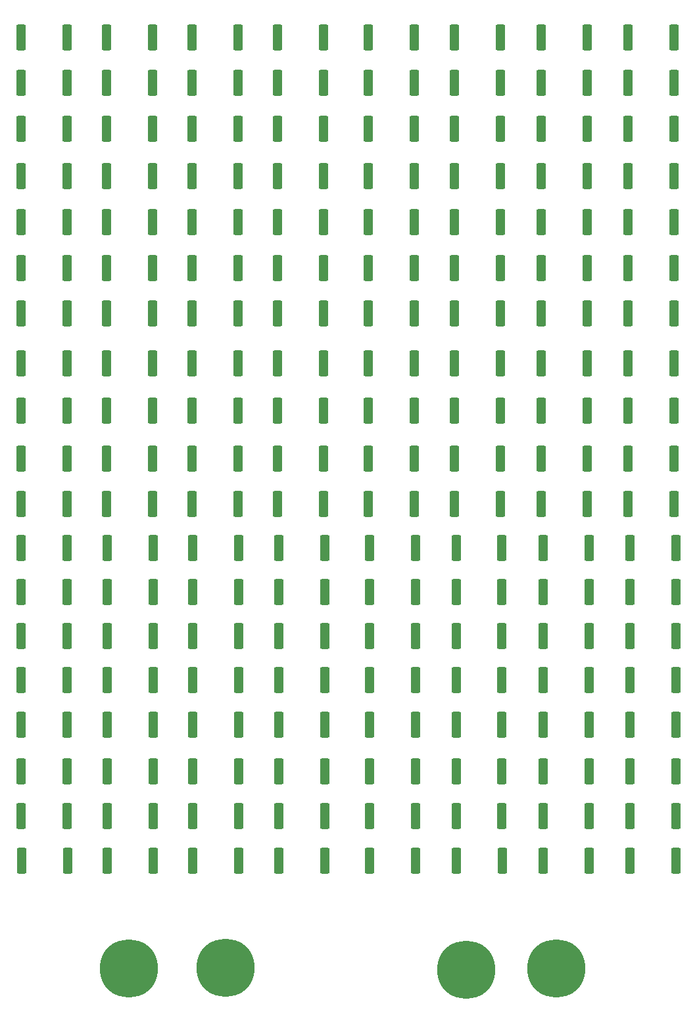
<source format=gbr>
%TF.GenerationSoftware,KiCad,Pcbnew,8.0.6*%
%TF.CreationDate,2024-12-19T08:47:46+08:00*%
%TF.ProjectId,dummyload,64756d6d-796c-46f6-9164-2e6b69636164,rev?*%
%TF.SameCoordinates,Original*%
%TF.FileFunction,Soldermask,Top*%
%TF.FilePolarity,Negative*%
%FSLAX46Y46*%
G04 Gerber Fmt 4.6, Leading zero omitted, Abs format (unit mm)*
G04 Created by KiCad (PCBNEW 8.0.6) date 2024-12-19 08:47:46*
%MOMM*%
%LPD*%
G01*
G04 APERTURE LIST*
G04 Aperture macros list*
%AMRoundRect*
0 Rectangle with rounded corners*
0 $1 Rounding radius*
0 $2 $3 $4 $5 $6 $7 $8 $9 X,Y pos of 4 corners*
0 Add a 4 corners polygon primitive as box body*
4,1,4,$2,$3,$4,$5,$6,$7,$8,$9,$2,$3,0*
0 Add four circle primitives for the rounded corners*
1,1,$1+$1,$2,$3*
1,1,$1+$1,$4,$5*
1,1,$1+$1,$6,$7*
1,1,$1+$1,$8,$9*
0 Add four rect primitives between the rounded corners*
20,1,$1+$1,$2,$3,$4,$5,0*
20,1,$1+$1,$4,$5,$6,$7,0*
20,1,$1+$1,$6,$7,$8,$9,0*
20,1,$1+$1,$8,$9,$2,$3,0*%
G04 Aperture macros list end*
%ADD10RoundRect,0.250000X-0.362500X-1.425000X0.362500X-1.425000X0.362500X1.425000X-0.362500X1.425000X0*%
%ADD11C,4.700000*%
%ADD12C,7.500000*%
G04 APERTURE END LIST*
D10*
%TO.C,R14*%
X49075000Y-103290000D03*
X55000000Y-103290000D03*
%TD*%
%TO.C,R32*%
X60084530Y-97670000D03*
X66009530Y-97670000D03*
%TD*%
%TO.C,R82*%
X93724520Y-55880000D03*
X99649520Y-55880000D03*
%TD*%
%TO.C,R137*%
X133090608Y-44100000D03*
X127165608Y-44100000D03*
%TD*%
%TO.C,R51*%
X71129774Y-97670000D03*
X77054774Y-97670000D03*
%TD*%
%TO.C,R117*%
X115982864Y-37960000D03*
X121907864Y-37960000D03*
%TD*%
%TO.C,R151*%
X133378108Y-126540000D03*
X127453108Y-126540000D03*
%TD*%
%TO.C,R83*%
X93724520Y-61770000D03*
X99649520Y-61770000D03*
%TD*%
%TO.C,R46*%
X71047632Y-68160000D03*
X76972632Y-68160000D03*
%TD*%
%TO.C,R132*%
X116229290Y-126540000D03*
X122154290Y-126540000D03*
%TD*%
D11*
%TO.C,H1*%
X62917201Y-146183101D03*
D12*
X62917201Y-146183101D03*
%TD*%
D10*
%TO.C,R28*%
X60043459Y-74300000D03*
X65968459Y-74300000D03*
%TD*%
%TO.C,R29*%
X60043459Y-80440000D03*
X65968459Y-80440000D03*
%TD*%
%TO.C,R124*%
X115982864Y-80440000D03*
X121907864Y-80440000D03*
%TD*%
%TO.C,R9*%
X49075000Y-74300000D03*
X55000000Y-74300000D03*
%TD*%
%TO.C,R42*%
X71047632Y-44100000D03*
X76972632Y-44100000D03*
%TD*%
%TO.C,R45*%
X71047632Y-61770000D03*
X76972632Y-61770000D03*
%TD*%
%TO.C,R84*%
X93724520Y-68160000D03*
X99649520Y-68160000D03*
%TD*%
%TO.C,R22*%
X60043459Y-37960000D03*
X65968459Y-37960000D03*
%TD*%
%TO.C,R12*%
X49075000Y-91950000D03*
X55000000Y-91950000D03*
%TD*%
%TO.C,R150*%
X133378108Y-120760000D03*
X127453108Y-120760000D03*
%TD*%
%TO.C,R85*%
X93724520Y-74300000D03*
X99649520Y-74300000D03*
%TD*%
%TO.C,R31*%
X60084530Y-91950000D03*
X66009530Y-91950000D03*
%TD*%
%TO.C,R1*%
X55000000Y-26180000D03*
X49075000Y-26180000D03*
%TD*%
%TO.C,R92*%
X93888804Y-114790000D03*
X99813804Y-114790000D03*
%TD*%
%TO.C,R114*%
X105051905Y-132290000D03*
X110976905Y-132290000D03*
%TD*%
%TO.C,R140*%
X133090608Y-61770000D03*
X127165608Y-61770000D03*
%TD*%
%TO.C,R41*%
X71047632Y-37960000D03*
X76972632Y-37960000D03*
%TD*%
%TO.C,R53*%
X71129774Y-109040000D03*
X77054774Y-109040000D03*
%TD*%
%TO.C,R75*%
X82210732Y-126540000D03*
X88135732Y-126540000D03*
%TD*%
%TO.C,R2*%
X49075000Y-32070000D03*
X55000000Y-32070000D03*
%TD*%
%TO.C,R43*%
X71047632Y-49990000D03*
X76972632Y-49990000D03*
%TD*%
%TO.C,R130*%
X116229290Y-114790000D03*
X122154290Y-114790000D03*
%TD*%
%TO.C,R72*%
X82210732Y-109040000D03*
X88135732Y-109040000D03*
%TD*%
%TO.C,R100*%
X104835835Y-49990000D03*
X110760835Y-49990000D03*
%TD*%
%TO.C,R36*%
X60084530Y-120760000D03*
X66009530Y-120760000D03*
%TD*%
%TO.C,R74*%
X82210732Y-120760000D03*
X88135732Y-120760000D03*
%TD*%
%TO.C,R64*%
X82087519Y-61770000D03*
X88012519Y-61770000D03*
%TD*%
%TO.C,R147*%
X133378108Y-103290000D03*
X127453108Y-103290000D03*
%TD*%
%TO.C,R73*%
X82210732Y-114790000D03*
X88135732Y-114790000D03*
%TD*%
%TO.C,R108*%
X105041190Y-97670000D03*
X110966190Y-97670000D03*
%TD*%
%TO.C,R78*%
X93724520Y-32070000D03*
X99649520Y-32070000D03*
%TD*%
%TO.C,R139*%
X133090608Y-55880000D03*
X127165608Y-55880000D03*
%TD*%
%TO.C,R144*%
X133090608Y-86330000D03*
X127165608Y-86330000D03*
%TD*%
%TO.C,R112*%
X105041190Y-120760000D03*
X110966190Y-120760000D03*
%TD*%
%TO.C,R122*%
X115982864Y-68160000D03*
X121907864Y-68160000D03*
%TD*%
%TO.C,R37*%
X60084530Y-126540000D03*
X66009530Y-126540000D03*
%TD*%
%TO.C,R63*%
X82087519Y-55880000D03*
X88012519Y-55880000D03*
%TD*%
%TO.C,R121*%
X115982864Y-61770000D03*
X121907864Y-61770000D03*
%TD*%
%TO.C,R19*%
X49112500Y-132290000D03*
X55037500Y-132290000D03*
%TD*%
%TO.C,R10*%
X49075000Y-80440000D03*
X55000000Y-80440000D03*
%TD*%
%TO.C,R141*%
X133090608Y-68160000D03*
X127165608Y-68160000D03*
%TD*%
%TO.C,R120*%
X115982864Y-55880000D03*
X121907864Y-55880000D03*
%TD*%
%TO.C,R88*%
X93888804Y-91950000D03*
X99813804Y-91950000D03*
%TD*%
%TO.C,R119*%
X115982864Y-49990000D03*
X121907864Y-49990000D03*
%TD*%
%TO.C,R136*%
X133090608Y-37960000D03*
X127165608Y-37960000D03*
%TD*%
%TO.C,R6*%
X49075000Y-55880000D03*
X55000000Y-55880000D03*
%TD*%
D11*
%TO.C,H4*%
X117967201Y-146183101D03*
D12*
X117967201Y-146183101D03*
%TD*%
D10*
%TO.C,R68*%
X82087519Y-86330000D03*
X88012519Y-86330000D03*
%TD*%
%TO.C,R44*%
X71047632Y-55880000D03*
X76972632Y-55880000D03*
%TD*%
%TO.C,R126*%
X116229290Y-91950000D03*
X122154290Y-91950000D03*
%TD*%
%TO.C,R24*%
X60043459Y-49990000D03*
X65968459Y-49990000D03*
%TD*%
%TO.C,R149*%
X133378108Y-114790000D03*
X127453108Y-114790000D03*
%TD*%
%TO.C,R52*%
X71129774Y-103290000D03*
X77054774Y-103290000D03*
%TD*%
%TO.C,R15*%
X49075000Y-109040000D03*
X55000000Y-109040000D03*
%TD*%
%TO.C,R79*%
X93724520Y-37960000D03*
X99649520Y-37960000D03*
%TD*%
%TO.C,R39*%
X76972632Y-26180000D03*
X71047632Y-26180000D03*
%TD*%
%TO.C,R152*%
X133378108Y-132290000D03*
X127453108Y-132290000D03*
%TD*%
%TO.C,R99*%
X104835835Y-44100000D03*
X110760835Y-44100000D03*
%TD*%
%TO.C,R91*%
X93888804Y-109040000D03*
X99813804Y-109040000D03*
%TD*%
%TO.C,R54*%
X71129774Y-114790000D03*
X77054774Y-114790000D03*
%TD*%
%TO.C,R93*%
X93888804Y-120760000D03*
X99813804Y-120760000D03*
%TD*%
%TO.C,R60*%
X82087519Y-37960000D03*
X88012519Y-37960000D03*
%TD*%
%TO.C,R113*%
X105041190Y-126540000D03*
X110966190Y-126540000D03*
%TD*%
D11*
%TO.C,H3*%
X106351201Y-146310101D03*
D12*
X106351201Y-146310101D03*
%TD*%
D10*
%TO.C,R70*%
X82210732Y-97670000D03*
X88135732Y-97670000D03*
%TD*%
%TO.C,R134*%
X133090608Y-26180000D03*
X127165608Y-26180000D03*
%TD*%
%TO.C,R49*%
X71047632Y-86330000D03*
X76972632Y-86330000D03*
%TD*%
%TO.C,R89*%
X93888804Y-97670000D03*
X99813804Y-97670000D03*
%TD*%
%TO.C,R97*%
X104835835Y-32070000D03*
X110760835Y-32070000D03*
%TD*%
%TO.C,R106*%
X104835835Y-86330000D03*
X110760835Y-86330000D03*
%TD*%
%TO.C,R90*%
X93888804Y-103290000D03*
X99813804Y-103290000D03*
%TD*%
%TO.C,R4*%
X49075000Y-44100000D03*
X55000000Y-44100000D03*
%TD*%
%TO.C,R27*%
X60043459Y-68160000D03*
X65968459Y-68160000D03*
%TD*%
%TO.C,R135*%
X133090608Y-32070000D03*
X127165608Y-32070000D03*
%TD*%
%TO.C,R131*%
X116229290Y-120760000D03*
X122154290Y-120760000D03*
%TD*%
%TO.C,R3*%
X49075000Y-37960000D03*
X55000000Y-37960000D03*
%TD*%
%TO.C,R111*%
X105041190Y-114790000D03*
X110966190Y-114790000D03*
%TD*%
%TO.C,R30*%
X60043459Y-86330000D03*
X65968459Y-86330000D03*
%TD*%
%TO.C,R57*%
X71156560Y-132290000D03*
X77081560Y-132290000D03*
%TD*%
%TO.C,R17*%
X49075000Y-120760000D03*
X55000000Y-120760000D03*
%TD*%
%TO.C,R5*%
X49075000Y-49990000D03*
X55000000Y-49990000D03*
%TD*%
%TO.C,R71*%
X82210732Y-103290000D03*
X88135732Y-103290000D03*
%TD*%
%TO.C,R146*%
X133378108Y-97670000D03*
X127453108Y-97670000D03*
%TD*%
%TO.C,R105*%
X104835835Y-80440000D03*
X110760835Y-80440000D03*
%TD*%
%TO.C,R16*%
X49075000Y-114790000D03*
X55000000Y-114790000D03*
%TD*%
%TO.C,R25*%
X60043459Y-55880000D03*
X65968459Y-55880000D03*
%TD*%
%TO.C,R38*%
X60116673Y-132290000D03*
X66041673Y-132290000D03*
%TD*%
%TO.C,R128*%
X116229290Y-103290000D03*
X122154290Y-103290000D03*
%TD*%
%TO.C,R101*%
X104835835Y-55880000D03*
X110760835Y-55880000D03*
%TD*%
%TO.C,R59*%
X82087519Y-32070000D03*
X88012519Y-32070000D03*
%TD*%
%TO.C,R129*%
X116229290Y-109040000D03*
X122154290Y-109040000D03*
%TD*%
%TO.C,R66*%
X82087519Y-74300000D03*
X88012519Y-74300000D03*
%TD*%
%TO.C,R95*%
X93904876Y-132290000D03*
X99829876Y-132290000D03*
%TD*%
%TO.C,R80*%
X93724520Y-44100000D03*
X99649520Y-44100000D03*
%TD*%
%TO.C,R47*%
X71047632Y-74300000D03*
X76972632Y-74300000D03*
%TD*%
%TO.C,R33*%
X60084530Y-103290000D03*
X66009530Y-103290000D03*
%TD*%
%TO.C,R86*%
X93724520Y-80440000D03*
X99649520Y-80440000D03*
%TD*%
%TO.C,R20*%
X65968459Y-26180000D03*
X60043459Y-26180000D03*
%TD*%
%TO.C,R133*%
X116234648Y-132290000D03*
X122159648Y-132290000D03*
%TD*%
%TO.C,R67*%
X82087519Y-80440000D03*
X88012519Y-80440000D03*
%TD*%
%TO.C,R21*%
X60043459Y-32070000D03*
X65968459Y-32070000D03*
%TD*%
%TO.C,R118*%
X115982864Y-44100000D03*
X121907864Y-44100000D03*
%TD*%
%TO.C,R35*%
X60084530Y-114790000D03*
X66009530Y-114790000D03*
%TD*%
%TO.C,R13*%
X49075000Y-97670000D03*
X55000000Y-97670000D03*
%TD*%
%TO.C,R50*%
X71129774Y-91950000D03*
X77054774Y-91950000D03*
%TD*%
%TO.C,R143*%
X133090608Y-80440000D03*
X127165608Y-80440000D03*
%TD*%
%TO.C,R61*%
X82087519Y-44100000D03*
X88012519Y-44100000D03*
%TD*%
%TO.C,R98*%
X104835835Y-37960000D03*
X110760835Y-37960000D03*
%TD*%
%TO.C,R62*%
X82087519Y-49990000D03*
X88012519Y-49990000D03*
%TD*%
%TO.C,R148*%
X133378108Y-109040000D03*
X127453108Y-109040000D03*
%TD*%
%TO.C,R76*%
X82232161Y-132290000D03*
X88157161Y-132290000D03*
%TD*%
%TO.C,R23*%
X60043459Y-44100000D03*
X65968459Y-44100000D03*
%TD*%
%TO.C,R94*%
X93888804Y-126540000D03*
X99813804Y-126540000D03*
%TD*%
%TO.C,R58*%
X88012519Y-26180000D03*
X82087519Y-26180000D03*
%TD*%
%TO.C,R26*%
X60043459Y-61770000D03*
X65968459Y-61770000D03*
%TD*%
%TO.C,R104*%
X104835835Y-74300000D03*
X110760835Y-74300000D03*
%TD*%
%TO.C,R116*%
X115982864Y-32070000D03*
X121907864Y-32070000D03*
%TD*%
%TO.C,R40*%
X71047632Y-32070000D03*
X76972632Y-32070000D03*
%TD*%
%TO.C,R142*%
X133090608Y-74300000D03*
X127165608Y-74300000D03*
%TD*%
%TO.C,R138*%
X133090608Y-49990000D03*
X127165608Y-49990000D03*
%TD*%
%TO.C,R110*%
X105041190Y-109040000D03*
X110966190Y-109040000D03*
%TD*%
%TO.C,R48*%
X71047632Y-80440000D03*
X76972632Y-80440000D03*
%TD*%
%TO.C,R81*%
X93724520Y-49990000D03*
X99649520Y-49990000D03*
%TD*%
%TO.C,R145*%
X133378108Y-91950000D03*
X127453108Y-91950000D03*
%TD*%
%TO.C,R123*%
X115982864Y-74300000D03*
X121907864Y-74300000D03*
%TD*%
%TO.C,R77*%
X99649520Y-26180000D03*
X93724520Y-26180000D03*
%TD*%
%TO.C,R7*%
X49075000Y-61770000D03*
X55000000Y-61770000D03*
%TD*%
D11*
%TO.C,H2*%
X75363201Y-146056101D03*
D12*
X75363201Y-146056101D03*
%TD*%
D10*
%TO.C,R34*%
X60084530Y-109040000D03*
X66009530Y-109040000D03*
%TD*%
%TO.C,R65*%
X82087519Y-68160000D03*
X88012519Y-68160000D03*
%TD*%
%TO.C,R103*%
X104835835Y-68160000D03*
X110760835Y-68160000D03*
%TD*%
%TO.C,R125*%
X115982864Y-86330000D03*
X121907864Y-86330000D03*
%TD*%
%TO.C,R11*%
X49075000Y-86330000D03*
X55000000Y-86330000D03*
%TD*%
%TO.C,R18*%
X49075000Y-126540000D03*
X55000000Y-126540000D03*
%TD*%
%TO.C,R115*%
X121907864Y-26180000D03*
X115982864Y-26180000D03*
%TD*%
%TO.C,R102*%
X104835835Y-61770000D03*
X110760835Y-61770000D03*
%TD*%
%TO.C,R8*%
X49075000Y-68160000D03*
X55000000Y-68160000D03*
%TD*%
%TO.C,R56*%
X71129774Y-126540000D03*
X77054774Y-126540000D03*
%TD*%
%TO.C,R55*%
X71129774Y-120760000D03*
X77054774Y-120760000D03*
%TD*%
%TO.C,R69*%
X82210732Y-91950000D03*
X88135732Y-91950000D03*
%TD*%
%TO.C,R87*%
X93724520Y-86330000D03*
X99649520Y-86330000D03*
%TD*%
%TO.C,R109*%
X105041190Y-103290000D03*
X110966190Y-103290000D03*
%TD*%
%TO.C,R96*%
X110760835Y-26180000D03*
X104835835Y-26180000D03*
%TD*%
%TO.C,R107*%
X105041190Y-91950000D03*
X110966190Y-91950000D03*
%TD*%
%TO.C,R127*%
X116229290Y-97670000D03*
X122154290Y-97670000D03*
%TD*%
M02*

</source>
